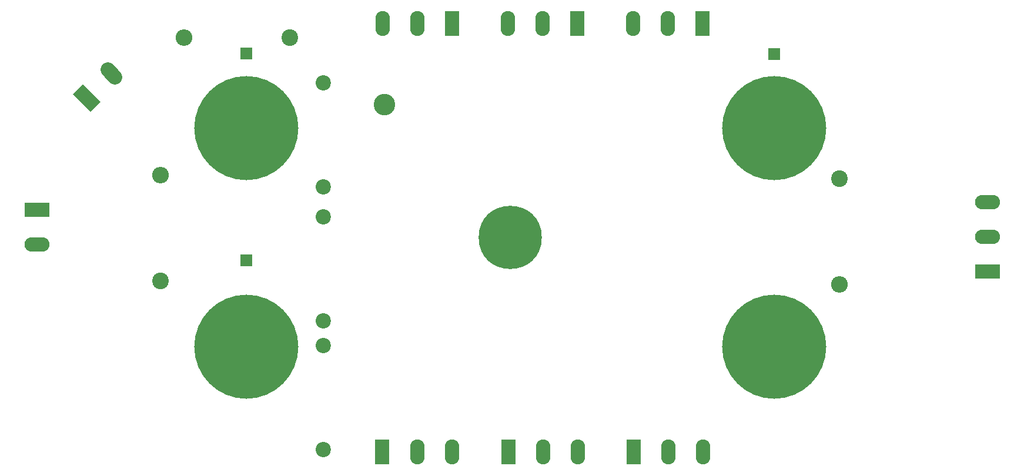
<source format=gbs>
G04 #@! TF.FileFunction,Soldermask,Bot*
%FSLAX46Y46*%
G04 Gerber Fmt 4.6, Leading zero omitted, Abs format (unit mm)*
G04 Created by KiCad (PCBNEW 4.0.6) date 2017 August 07, Monday 18:16:46*
%MOMM*%
%LPD*%
G01*
G04 APERTURE LIST*
%ADD10C,0.100000*%
%ADD11C,9.100000*%
%ADD12C,3.100000*%
%ADD13R,1.700000X1.700000*%
%ADD14C,2.200000*%
%ADD15C,2.400000*%
%ADD16O,2.400000X2.400000*%
%ADD17C,15.000000*%
%ADD18R,2.100000X3.600000*%
%ADD19O,2.100000X3.600000*%
%ADD20R,3.600000X2.100000*%
%ADD21O,3.600000X2.100000*%
%ADD22C,2.100000*%
G04 APERTURE END LIST*
D10*
D11*
X175000000Y-100000000D03*
D12*
X156900000Y-80900000D03*
D13*
X136956800Y-73456800D03*
X136956800Y-103301800D03*
X213029800Y-73583800D03*
D14*
X148082000Y-130556000D03*
X148082000Y-115556000D03*
X148082000Y-112014000D03*
X148082000Y-97014000D03*
X148082000Y-92710000D03*
X148082000Y-77710000D03*
D15*
X222377000Y-91567000D03*
D16*
X222377000Y-106807000D03*
D15*
X124587000Y-106299000D03*
D16*
X124587000Y-91059000D03*
D15*
X143256000Y-71247000D03*
D16*
X128016000Y-71247000D03*
D17*
X213000000Y-115750000D03*
X213000000Y-84250000D03*
X137000000Y-84250000D03*
X137000000Y-115750000D03*
D18*
X166624000Y-69215000D03*
D19*
X161624000Y-69215000D03*
X156624000Y-69215000D03*
D18*
X156565600Y-130937000D03*
D19*
X161565600Y-130937000D03*
X166565600Y-130937000D03*
D18*
X184658000Y-69215000D03*
D19*
X179658000Y-69215000D03*
X174658000Y-69215000D03*
D18*
X174701200Y-130937000D03*
D19*
X179701200Y-130937000D03*
X184701200Y-130937000D03*
D18*
X202692000Y-69215000D03*
D19*
X197692000Y-69215000D03*
X192692000Y-69215000D03*
D18*
X192786000Y-130937000D03*
D19*
X197786000Y-130937000D03*
X202786000Y-130937000D03*
D20*
X243713000Y-104902000D03*
D21*
X243713000Y-99902000D03*
X243713000Y-94902000D03*
D20*
X106807000Y-96012000D03*
D21*
X106807000Y-101012000D03*
D10*
G36*
X114500130Y-81898254D02*
X111954546Y-79352670D01*
X113439470Y-77867746D01*
X115985054Y-80413330D01*
X114500130Y-81898254D01*
X114500130Y-81898254D01*
G37*
D22*
X116975004Y-75817136D02*
X118035664Y-76877796D01*
M02*

</source>
